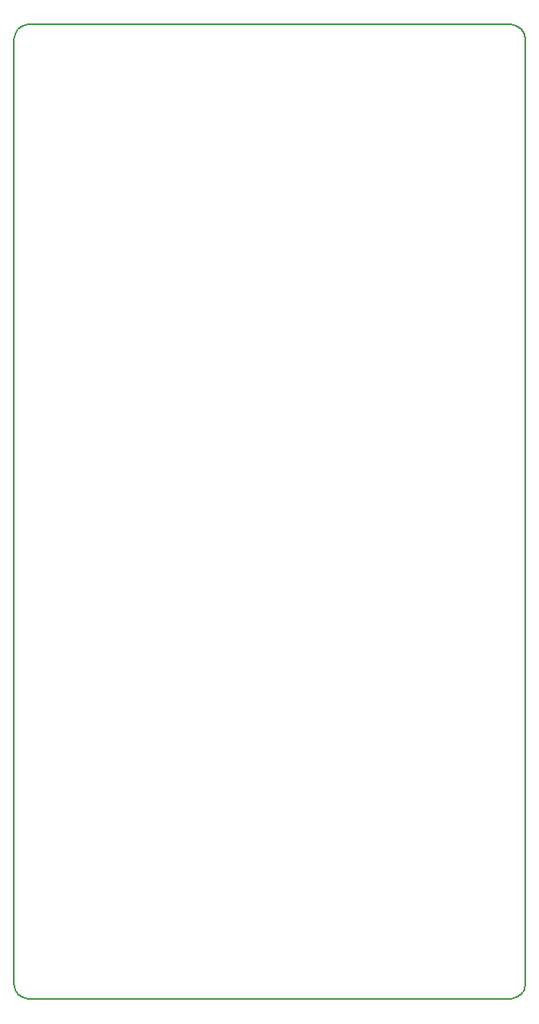
<source format=gbr>
G04 DipTrace 3.1.0.1*
G04 Ãðàíèöûïëàòû.gbr*
%MOMM*%
G04 #@! TF.FileFunction,Profile*
G04 #@! TF.Part,Single*
%ADD11C,0.14*%
%FSLAX35Y35*%
G04*
G71*
G90*
G75*
G01*
G04 BoardOutline*
%LPD*%
X1047623Y11160000D2*
D11*
X1095250Y11191747D1*
X1158750Y11207623D1*
X6207000D1*
X6270500Y11191747D1*
X6318123Y11160000D1*
X6349877Y11112373D1*
X6365750Y11048873D1*
Y1158747D1*
X6349877Y1095247D1*
X6318123Y1047623D1*
X6270500Y1015873D1*
X6207000Y1000000D1*
X1158750D1*
X1095250Y1015873D1*
X1047623Y1047623D1*
X1015877Y1095247D1*
X1000000Y1158747D1*
Y11048873D1*
X1015877Y11112373D1*
X1047623Y11160000D1*
M02*

</source>
